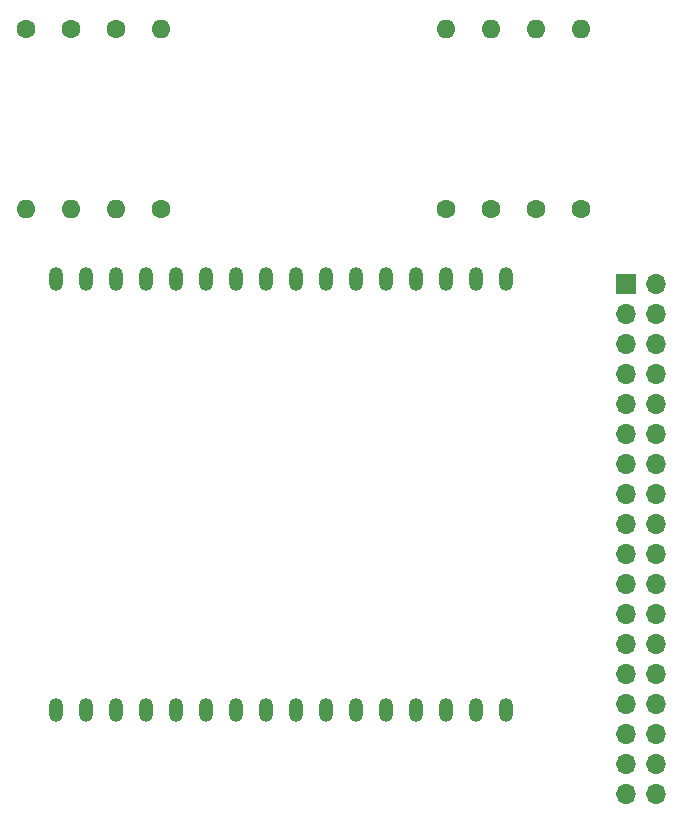
<source format=gbr>
%TF.GenerationSoftware,KiCad,Pcbnew,8.0.1-rc1*%
%TF.CreationDate,2024-05-10T09:17:23-04:00*%
%TF.ProjectId,KiCad LED matrix,4b694361-6420-44c4-9544-206d61747269,rev?*%
%TF.SameCoordinates,Original*%
%TF.FileFunction,Soldermask,Bot*%
%TF.FilePolarity,Negative*%
%FSLAX46Y46*%
G04 Gerber Fmt 4.6, Leading zero omitted, Abs format (unit mm)*
G04 Created by KiCad (PCBNEW 8.0.1-rc1) date 2024-05-10 09:17:23*
%MOMM*%
%LPD*%
G01*
G04 APERTURE LIST*
%ADD10C,1.600000*%
%ADD11O,1.600000X1.600000*%
%ADD12O,1.700000X1.700000*%
%ADD13R,1.700000X1.700000*%
%ADD14O,1.200000X2.000000*%
G04 APERTURE END LIST*
D10*
%TO.C,R3*%
X154940000Y-54610000D03*
D11*
X154940000Y-69850000D03*
%TD*%
D12*
%TO.C,J2*%
X201930000Y-116840000D03*
X201930000Y-114300000D03*
X201930000Y-111760000D03*
X201930000Y-109220000D03*
X201930000Y-106680000D03*
X201930000Y-104140000D03*
X201930000Y-101600000D03*
X201930000Y-99060000D03*
X201930000Y-96520000D03*
X201930000Y-93980000D03*
X201930000Y-91440000D03*
X201930000Y-88900000D03*
X201930000Y-86360000D03*
X201930000Y-83820000D03*
X201930000Y-81280000D03*
X201930000Y-78740000D03*
X204470000Y-78740000D03*
X204470000Y-81280000D03*
X204470000Y-83820000D03*
X204470000Y-86360000D03*
X204470000Y-88900000D03*
X204470000Y-91440000D03*
X204470000Y-93980000D03*
X204470000Y-96520000D03*
X204470000Y-99060000D03*
X204470000Y-101600000D03*
X204470000Y-104140000D03*
X204470000Y-106680000D03*
X204470000Y-109220000D03*
X204470000Y-111760000D03*
X204470000Y-114300000D03*
X204470000Y-116840000D03*
X201930000Y-119380000D03*
X204470000Y-119380000D03*
D13*
X201930000Y-76200000D03*
D12*
X204470000Y-76200000D03*
%TD*%
D10*
%TO.C,R8*%
X186690000Y-69850000D03*
D11*
X186690000Y-54610000D03*
%TD*%
D10*
%TO.C,R5*%
X198120000Y-69850000D03*
D11*
X198120000Y-54610000D03*
%TD*%
D10*
%TO.C,R2*%
X158750000Y-54610000D03*
D11*
X158750000Y-69850000D03*
%TD*%
D10*
%TO.C,R1*%
X162560000Y-69850000D03*
D11*
X162560000Y-54610000D03*
%TD*%
D10*
%TO.C,R6*%
X194310000Y-69850000D03*
D11*
X194310000Y-54610000D03*
%TD*%
D10*
%TO.C,R7*%
X190500000Y-69850000D03*
D11*
X190500000Y-54610000D03*
%TD*%
D10*
%TO.C,R4*%
X151130000Y-54610000D03*
D11*
X151130000Y-69850000D03*
%TD*%
D14*
%TO.C,J1*%
X191770000Y-112230000D03*
X189230000Y-112230000D03*
X186690000Y-112230000D03*
X184150000Y-112230000D03*
X181610000Y-112230000D03*
X179070000Y-112230000D03*
X176530000Y-112230000D03*
X173990000Y-112230000D03*
X171450000Y-112230000D03*
X168910000Y-112230000D03*
X166370000Y-112230000D03*
X163830000Y-112230000D03*
X161290000Y-112230000D03*
X158750000Y-112230000D03*
X156210000Y-112230000D03*
X153670000Y-112230000D03*
X153670000Y-75730000D03*
X156210000Y-75730000D03*
X158750000Y-75730000D03*
X161290000Y-75730000D03*
X163830000Y-75730000D03*
X166370000Y-75730000D03*
X168910000Y-75730000D03*
X171450000Y-75730000D03*
X173990000Y-75730000D03*
X176530000Y-75730000D03*
X179070000Y-75730000D03*
X181610000Y-75730000D03*
X184150000Y-75730000D03*
X186690000Y-75730000D03*
X189230000Y-75730000D03*
X191770000Y-75730000D03*
%TD*%
M02*

</source>
